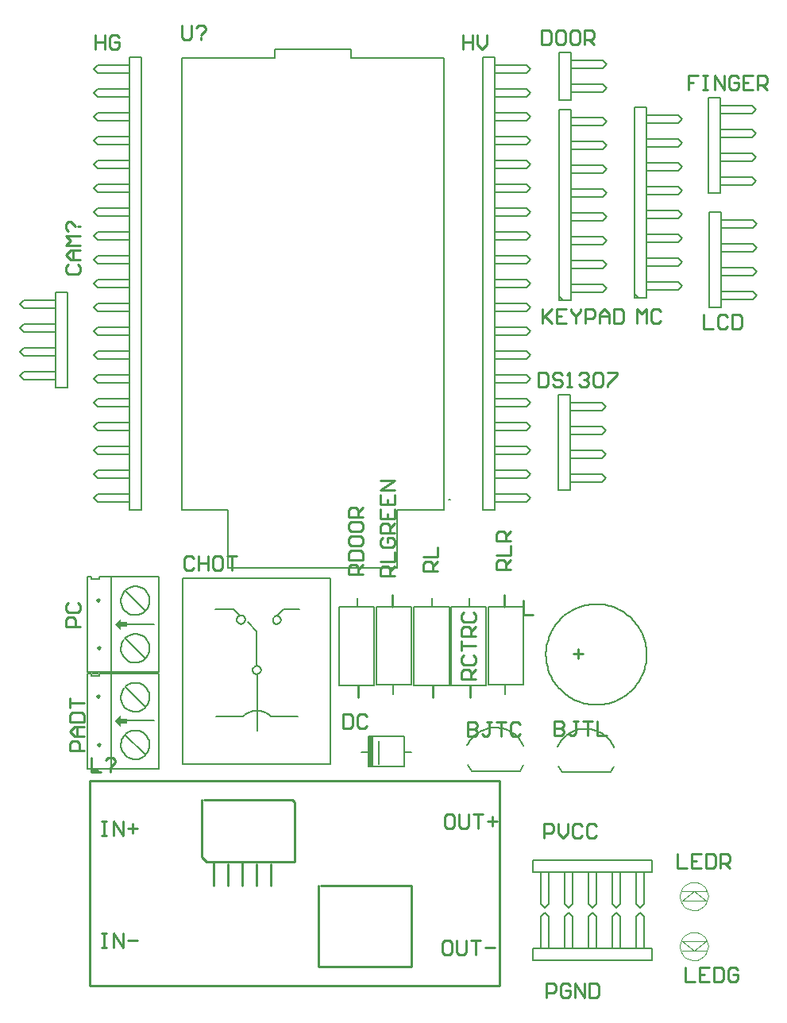
<source format=gto>
G04*
G04 #@! TF.GenerationSoftware,Altium Limited,Altium Designer,21.3.2 (30)*
G04*
G04 Layer_Color=65535*
%FSTAX25Y25*%
%MOIN*%
G70*
G04*
G04 #@! TF.SameCoordinates,F71A3992-D9C6-49B2-A255-B3BA7863061E*
G04*
G04*
G04 #@! TF.FilePolarity,Positive*
G04*
G01*
G75*
%ADD10C,0.00787*%
%ADD11C,0.00700*%
%ADD12C,0.00400*%
%ADD13C,0.00800*%
%ADD14C,0.00500*%
%ADD15C,0.01000*%
%ADD16R,0.02000X0.12598*%
G36*
X0025Y01205D02*
X00275Y0118D01*
Y01195D01*
X003D01*
Y01215D01*
X00275D01*
Y0123D01*
X0025Y01205D01*
D02*
G37*
G36*
Y0161D02*
X00275Y01585D01*
Y016D01*
X003D01*
Y0162D01*
X00275D01*
Y01635D01*
X0025Y0161D01*
D02*
G37*
D10*
X0165756Y0213528D02*
X0164969D01*
X0165756D01*
X02795Y0294D02*
Y0334D01*
X02745D02*
X02795D01*
X02745Y0294D02*
X02795D01*
Y0297333D02*
X0292833D01*
X02945Y0299D01*
X0292833Y0300667D02*
X02945Y0299D01*
X02795Y0300667D02*
X0292833D01*
X02795Y0307333D02*
X0292833D01*
X02945Y0309D01*
X0292833Y0310667D02*
X02945Y0309D01*
X02795Y0310667D02*
X0292833D01*
X02795Y0317333D02*
X0292833D01*
X02945Y0319D01*
X0292833Y0320667D02*
X02945Y0319D01*
X02795Y0320667D02*
X0292833D01*
X02795Y0327333D02*
X0292833D01*
X02945Y0329D01*
X0292833Y0330667D02*
X02945Y0329D01*
X02795Y0330667D02*
X0292833D01*
X02745Y0294D02*
Y0334D01*
X0036Y0209D02*
Y03915D01*
Y0399D01*
X0017667Y0212333D02*
X0031D01*
X0016Y0214D02*
X0017667Y0212333D01*
X0016Y0214D02*
X0017667Y0215667D01*
X0031D01*
X0017667Y0222333D02*
X0031D01*
X0016Y0224D02*
X0017667Y0222333D01*
X0016Y0224D02*
X0017667Y0225667D01*
X0031D01*
X0017667Y0232333D02*
X0031D01*
X0016Y0234D02*
X0017667Y0232333D01*
X0016Y0234D02*
X0017667Y0235667D01*
X0031D01*
X0017667Y0242333D02*
X0031D01*
X0016Y0244D02*
X0017667Y0242333D01*
X0016Y0244D02*
X0017667Y0245667D01*
X0031D01*
X0017667Y0252333D02*
X0031D01*
X0016Y0254D02*
X0017667Y0252333D01*
X0016Y0254D02*
X0017667Y0255667D01*
X0031D01*
X0017667Y0262333D02*
X0031D01*
X0016Y0264D02*
X0017667Y0262333D01*
X0016Y0264D02*
X0017667Y0265667D01*
X0031D01*
X0017667Y0272333D02*
X0031D01*
X0016Y0274D02*
X0017667Y0272333D01*
X0016Y0274D02*
X0017667Y0275667D01*
X0031D01*
X0017667Y0282333D02*
X0031D01*
X0016Y0284D02*
X0017667Y0282333D01*
X0016Y0284D02*
X0017667Y0285667D01*
X0031D01*
X0017667Y0292333D02*
X0031D01*
X0016Y0294D02*
X0017667Y0292333D01*
X0016Y0294D02*
X0017667Y0295667D01*
X0031D01*
X0017667Y0302333D02*
X0031D01*
X0016Y0304D02*
X0017667Y0302333D01*
X0016Y0304D02*
X0017667Y0305667D01*
X0031D01*
X0017667Y0312333D02*
X0031D01*
X0016Y0314D02*
X0017667Y0312333D01*
X0016Y0314D02*
X0017667Y0315667D01*
X0031D01*
X0017667Y0322333D02*
X0031D01*
X0016Y0324D02*
X0017667Y0322333D01*
X0016Y0324D02*
X0017667Y0325667D01*
X0031D01*
X0017667Y0332333D02*
X0031D01*
X0016Y0334D02*
X0017667Y0332333D01*
X0016Y0334D02*
X0017667Y0335667D01*
X0031D01*
X0017667Y0342333D02*
X0031D01*
X0016Y0344D02*
X0017667Y0342333D01*
X0016Y0344D02*
X0017667Y0345667D01*
X0031D01*
X0017667Y0352333D02*
X0031D01*
X0016Y0354D02*
X0017667Y0352333D01*
X0016Y0354D02*
X0017667Y0355667D01*
X0031D01*
X0017667Y0362333D02*
X0031D01*
X0016Y0364D02*
X0017667Y0362333D01*
X0016Y0364D02*
X0017667Y0365667D01*
X0031D01*
X0017667Y0372333D02*
X0031D01*
X0016Y0374D02*
X0017667Y0372333D01*
X0016Y0374D02*
X0017667Y0375667D01*
X0031D01*
X0017667Y0382333D02*
X0031D01*
X0016Y0384D02*
X0017667Y0382333D01*
X0016Y0384D02*
X0017667Y0385667D01*
X0031D01*
X0017667Y0392333D02*
X0031D01*
X0016Y0394D02*
X0017667Y0392333D01*
X0016Y0394D02*
X0017667Y0395667D01*
X0031D01*
Y0209D02*
X0036D01*
X0031D02*
Y0399D01*
X0036D01*
X0243Y0298D02*
Y0378D01*
Y0299667D02*
X0244667Y0298D01*
X0248Y0374667D02*
X0261333D01*
X0263Y0373D01*
X0261333Y0371333D02*
X0263Y0373D01*
X0248Y0371333D02*
X0261333D01*
X0248Y0364667D02*
X0261333D01*
X0263Y0363D01*
X0261333Y0361333D02*
X0263Y0363D01*
X0248Y0361333D02*
X0261333D01*
X0248Y0354667D02*
X0261333D01*
X0263Y0353D01*
X0261333Y0351333D02*
X0263Y0353D01*
X0248Y0351333D02*
X0261333D01*
X0248Y0344667D02*
X0261333D01*
X0263Y0343D01*
X0261333Y0341333D02*
X0263Y0343D01*
X0248Y0341333D02*
X0261333D01*
X0248Y0334667D02*
X0261333D01*
X0263Y0333D01*
X0261333Y0331333D02*
X0263Y0333D01*
X0248Y0331333D02*
X0261333D01*
X0248Y0324667D02*
X0261333D01*
X0263Y0323D01*
X0261333Y0321333D02*
X0263Y0323D01*
X0248Y0321333D02*
X0261333D01*
X0248Y0314667D02*
X0261333D01*
X0263Y0313D01*
X0261333Y0311333D02*
X0263Y0313D01*
X0248Y0311333D02*
X0261333D01*
X0248Y0304667D02*
X0261333D01*
X0263Y0303D01*
X0261333Y0301333D02*
X0263Y0303D01*
X0248Y0301333D02*
X0261333D01*
X0243Y0378D02*
X0248D01*
Y0298D02*
Y0378D01*
X0243Y0298D02*
X0248D01*
X02115Y0297D02*
X02165D01*
Y0377D01*
X02115D02*
X02165D01*
Y0300333D02*
X0229833D01*
X02315Y0302D01*
X0229833Y0303667D02*
X02315Y0302D01*
X02165Y0303667D02*
X0229833D01*
X02165Y0310333D02*
X0229833D01*
X02315Y0312D01*
X0229833Y0313667D02*
X02315Y0312D01*
X02165Y0313667D02*
X0229833D01*
X02165Y0320333D02*
X0229833D01*
X02315Y0322D01*
X0229833Y0323667D02*
X02315Y0322D01*
X02165Y0323667D02*
X0229833D01*
X02165Y0330333D02*
X0229833D01*
X02315Y0332D01*
X0229833Y0333667D02*
X02315Y0332D01*
X02165Y0333667D02*
X0229833D01*
X02165Y0340333D02*
X0229833D01*
X02315Y0342D01*
X0229833Y0343667D02*
X02315Y0342D01*
X02165Y0343667D02*
X0229833D01*
X02165Y0350333D02*
X0229833D01*
X02315Y0352D01*
X0229833Y0353667D02*
X02315Y0352D01*
X02165Y0353667D02*
X0229833D01*
X02165Y0360333D02*
X0229833D01*
X02315Y0362D01*
X0229833Y0363667D02*
X02315Y0362D01*
X02165Y0363667D02*
X0229833D01*
X02165Y0370333D02*
X0229833D01*
X02315Y0372D01*
X0229833Y0373667D02*
X02315Y0372D01*
X02165Y0373667D02*
X0229833D01*
X02115Y0298667D02*
X0213167Y0297D01*
X02115D02*
Y0377D01*
X02005Y002D02*
X02505D01*
X0203833Y0025D02*
Y0038333D01*
X02055Y004D01*
X0207167Y0038333D01*
Y0025D02*
Y0038333D01*
X0213833Y0025D02*
Y0038333D01*
X02155Y004D01*
X0217167Y0038333D01*
Y0025D02*
Y0038333D01*
X0223833Y0025D02*
Y0038333D01*
X02255Y004D01*
X0227167Y0038333D01*
Y0025D02*
Y0038333D01*
X0233833Y0025D02*
Y0038333D01*
X02355Y004D01*
X0237167Y0038333D01*
Y0025D02*
Y0038333D01*
X0243833Y0025D02*
Y0038333D01*
X02455Y004D01*
X0247167Y0038333D01*
Y0025D02*
Y0038333D01*
X02505Y002D02*
Y0025D01*
X02005D02*
X02505D01*
X02005Y002D02*
Y0025D01*
Y0062D02*
X02505D01*
X0247167Y0043667D02*
Y0057D01*
X02455Y0042D02*
X0247167Y0043667D01*
X0243833D02*
X02455Y0042D01*
X0243833Y0043667D02*
Y0057D01*
X0237167Y0043667D02*
Y0057D01*
X02355Y0042D02*
X0237167Y0043667D01*
X0233833D02*
X02355Y0042D01*
X0233833Y0043667D02*
Y0057D01*
X0227167Y0043667D02*
Y0057D01*
X02255Y0042D02*
X0227167Y0043667D01*
X0223833D02*
X02255Y0042D01*
X0223833Y0043667D02*
Y0057D01*
X0217167Y0043667D02*
Y0057D01*
X02155Y0042D02*
X0217167Y0043667D01*
X0213833D02*
X02155Y0042D01*
X0213833Y0043667D02*
Y0057D01*
X0207167Y0043667D02*
Y0057D01*
X02055Y0042D02*
X0207167Y0043667D01*
X0203833D02*
X02055Y0042D01*
X0203833Y0043667D02*
Y0057D01*
X02005D02*
Y0062D01*
Y0057D02*
X02505D01*
Y0062D01*
X01795Y02165D02*
Y0399D01*
Y0209D02*
Y02165D01*
X01845Y0395667D02*
X0197833D01*
X01995Y0394D01*
X0197833Y0392333D02*
X01995Y0394D01*
X01845Y0392333D02*
X0197833D01*
X01845Y0385667D02*
X0197833D01*
X01995Y0384D01*
X0197833Y0382333D02*
X01995Y0384D01*
X01845Y0382333D02*
X0197833D01*
X01845Y0375667D02*
X0197833D01*
X01995Y0374D01*
X0197833Y0372333D02*
X01995Y0374D01*
X01845Y0372333D02*
X0197833D01*
X01845Y0365667D02*
X0197833D01*
X01995Y0364D01*
X0197833Y0362333D02*
X01995Y0364D01*
X01845Y0362333D02*
X0197833D01*
X01845Y0355667D02*
X0197833D01*
X01995Y0354D01*
X0197833Y0352333D02*
X01995Y0354D01*
X01845Y0352333D02*
X0197833D01*
X01845Y0345667D02*
X0197833D01*
X01995Y0344D01*
X0197833Y0342333D02*
X01995Y0344D01*
X01845Y0342333D02*
X0197833D01*
X01845Y0335667D02*
X0197833D01*
X01995Y0334D01*
X0197833Y0332333D02*
X01995Y0334D01*
X01845Y0332333D02*
X0197833D01*
X01845Y0325667D02*
X0197833D01*
X01995Y0324D01*
X0197833Y0322333D02*
X01995Y0324D01*
X01845Y0322333D02*
X0197833D01*
X01845Y0315667D02*
X0197833D01*
X0197833D02*
X01995Y0314D01*
X0197833Y0312333D02*
X01995Y0314D01*
X01845Y0312333D02*
X0197833D01*
X01845Y0305667D02*
X0197833D01*
X01995Y0304D01*
X0197833Y0302333D02*
X01995Y0304D01*
X01845Y0302333D02*
X0197833D01*
X01845Y0295667D02*
X0197833D01*
X01995Y0294D01*
X0197833Y0292333D02*
X01995Y0294D01*
X01845Y0292333D02*
X0197833D01*
X01845Y0285667D02*
X0197833D01*
X01995Y0284D01*
X0197833Y0282333D02*
X01995Y0284D01*
X01845Y0282333D02*
X0197833D01*
X01845Y0275667D02*
X0197833D01*
X01995Y0274D01*
X0197833Y0272333D02*
X01995Y0274D01*
X01845Y0272333D02*
X0197833D01*
X01845Y0265667D02*
X0197833D01*
X01995Y0264D01*
X0197833Y0262333D02*
X01995Y0264D01*
X01845Y0262333D02*
X0197833D01*
X01845Y0255667D02*
X0197833D01*
X01995Y0254D01*
X0197833Y0252333D02*
X01995Y0254D01*
X01845Y0252333D02*
X0197833D01*
X01845Y0245667D02*
X0197833D01*
X01995Y0244D01*
X0197833Y0242333D02*
X01995Y0244D01*
X01845Y0242333D02*
X0197833D01*
X01845Y0235667D02*
X0197833D01*
X01995Y0234D01*
X0197833Y0232333D02*
X01995Y0234D01*
X01845Y0232333D02*
X0197833D01*
X01845Y0225667D02*
X0197833D01*
X01995Y0224D01*
X0197833Y0222333D02*
X01995Y0224D01*
X01845Y0222333D02*
X0197833D01*
X01845Y0215667D02*
X0197833D01*
X01995Y0214D01*
X0197833Y0212333D02*
X01995Y0214D01*
X01845Y0212333D02*
X0197833D01*
X01795Y0399D02*
X01845D01*
Y0209D02*
Y0399D01*
X01795Y0209D02*
X01845D01*
X0216Y02175D02*
Y02575D01*
X0211D02*
X0216D01*
X0211Y02175D02*
X0216D01*
Y0220833D02*
X0229333D01*
X0231Y02225D01*
X0229333Y0224167D02*
X0231Y02225D01*
X0216Y0224167D02*
X0229333D01*
X0216Y0230833D02*
X0229333D01*
X0231Y02325D01*
X0229333Y0234167D02*
X0231Y02325D01*
X0216Y0234167D02*
X0229333D01*
X0216Y0240833D02*
X0229333D01*
X0231Y02425D01*
X0229333Y0244167D02*
X0231Y02425D01*
X0216Y0244167D02*
X0229333D01*
X0216Y0250833D02*
X0229333D01*
X0231Y02525D01*
X0229333Y0254167D02*
X0231Y02525D01*
X0216Y0254167D02*
X0229333D01*
X0211Y02175D02*
Y02575D01*
X02165Y0381D02*
Y0401D01*
X02115D02*
X02165D01*
X02115Y0381D02*
X02165D01*
X02115D02*
Y0401D01*
X02165Y0384333D02*
X0229833D01*
X02315Y0386D01*
X0229833Y0387667D02*
X02315Y0386D01*
X02165Y0387667D02*
X0229833D01*
X02165Y0394333D02*
X0229833D01*
X02315Y0396D01*
X0229833Y0397667D02*
X02315Y0396D01*
X02165Y0397667D02*
X0229833D01*
X0274Y0342D02*
Y0382D01*
X0279Y0378667D02*
X0292333D01*
X0294Y0377D01*
X0292333Y0375333D02*
X0294Y0377D01*
X0279Y0375333D02*
X0292333D01*
X0279Y0368667D02*
X0292333D01*
X0294Y0367D01*
X0292333Y0365333D02*
X0294Y0367D01*
X0279Y0365333D02*
X0292333D01*
X0279Y0358667D02*
X0292333D01*
X0294Y0357D01*
X0292333Y0355333D02*
X0294Y0357D01*
X0279Y0355333D02*
X0292333D01*
X0279Y0348667D02*
X0292333D01*
X0294Y0347D01*
X0292333Y0345333D02*
X0294Y0347D01*
X0279Y0345333D02*
X0292333D01*
X0274Y0342D02*
X0279D01*
X0274Y0382D02*
X0279D01*
Y0342D02*
Y0382D01*
X0Y02605D02*
Y03005D01*
Y02605D02*
X0005D01*
X0Y03005D02*
X0005D01*
X-0013333Y0297167D02*
X0D01*
X-0015Y02955D02*
X-0013333Y0297167D01*
X-0015Y02955D02*
X-0013333Y0293833D01*
X0D01*
X-0013333Y0287167D02*
X0D01*
X-0015Y02855D02*
X-0013333Y0287167D01*
X-0015Y02855D02*
X-0013333Y0283833D01*
X0D01*
X-0013333Y0277167D02*
X0D01*
X-0015Y02755D02*
X-0013333Y0277167D01*
X-0015Y02755D02*
X-0013333Y0273833D01*
X0D01*
X-0013333Y0267167D02*
X0D01*
X-0015Y02655D02*
X-0013333Y0267167D01*
X-0015Y02655D02*
X-0013333Y0263833D01*
X0D01*
X0005Y02605D02*
Y03005D01*
D11*
X00904Y01224D02*
X0089664Y0123063D01*
X0088854Y0123633D01*
X0087981Y0124101D01*
X0087058Y012446D01*
X0086098Y0124705D01*
X0085116Y0124833D01*
X0084125Y0124842D01*
X0083141Y0124731D01*
X0082177Y0124502D01*
X0081248Y0124159D01*
X0080367Y0123706D01*
X0079547Y012315D01*
X00788Y01225D01*
X008628Y014192D02*
X0085998Y0142882D01*
X008524Y0143539D01*
X0084247Y0143682D01*
X0083334Y0143265D01*
X0082792Y0142421D01*
Y0141418D01*
X0083334Y0140574D01*
X0084247Y0140157D01*
X008524Y01403D01*
X0085998Y0140957D01*
X008628Y014192D01*
X007968Y016302D02*
X0079398Y0163982D01*
X007864Y0164639D01*
X0077647Y0164782D01*
X0076734Y0164365D01*
X0076192Y0163521D01*
Y0162518D01*
X0076734Y0161674D01*
X0077647Y0161257D01*
X007864Y01614D01*
X0079398Y0162057D01*
X007968Y016302D01*
X009478Y016292D02*
X0094498Y0163882D01*
X009374Y0164539D01*
X0092747Y0164682D01*
X0091834Y0164265D01*
X0091292Y0163421D01*
Y0162418D01*
X0091834Y0161574D01*
X0092747Y0161157D01*
X009374Y01613D01*
X0094498Y0161957D01*
X009478Y016292D01*
X0028956Y0174976D02*
X0028361Y0174168D01*
X0027907Y0173273D01*
X0027608Y0172316D01*
X0027471Y0171321D01*
X0027501Y0170318D01*
X0027697Y0169334D01*
X0028053Y0168396D01*
X0028559Y016753D01*
X0029202Y016676D01*
X0029964Y0166106D01*
X0030823Y0165588D01*
X0031757Y016522D01*
X0032738Y0165011D01*
X003374Y0164967D01*
X0034736Y0165091D01*
X0035698Y0165377D01*
X0036599Y0165819D01*
X0037414Y0166403D01*
X0038122Y0167115D01*
X0038701Y0167934D01*
X0039137Y0168838D01*
X0039417Y0169802D01*
X0039534Y0170798D01*
X0039484Y01718D01*
X0039269Y017278D01*
X0038894Y0173711D01*
X0038371Y0174567D01*
X0037713Y0175325D01*
X0036938Y0175963D01*
X0036069Y0176464D01*
X0035129Y0176814D01*
X0034143Y0177003D01*
X003314Y0177027D01*
X0032147Y0176884D01*
X0031191Y0176578D01*
X0030299Y0176119D01*
X0029495Y0175518D01*
X001894Y0151D02*
X00183Y015164D01*
X001766Y0151D01*
X00183Y015036D01*
X001894Y0151D01*
X001884Y01712D02*
X00182Y017184D01*
X001756Y01712D01*
X00182Y017056D01*
X001884Y01712D01*
X0028895Y0154904D02*
X0028313Y015409D01*
X0027874Y0153191D01*
X0027589Y0152231D01*
X0027467Y0151237D01*
X0027511Y0150238D01*
X0027719Y0149259D01*
X0028086Y0148328D01*
X0028602Y014747D01*
X0029253Y0146709D01*
X003002Y0146066D01*
X0030883Y0145559D01*
X0031818Y0145202D01*
X0032799Y0145003D01*
X0033799Y014497D01*
X0034791Y0145102D01*
X0035748Y0145397D01*
X0036643Y0145845D01*
X0037451Y0146435D01*
X0038151Y014715D01*
X0038723Y0147972D01*
X0039151Y0148876D01*
X0039425Y0149839D01*
X0039535Y0150834D01*
X003948Y0151833D01*
X003926Y015281D01*
X0038882Y0153736D01*
X0038356Y0154588D01*
X0037696Y0155341D01*
X0036922Y0155974D01*
X0036053Y0156471D01*
X0035114Y0156818D01*
X003413Y0157004D01*
X003313Y0157026D01*
X0032139Y0156882D01*
X0031186Y0156576D01*
X0030297Y0156118D01*
X0029495Y0155518D01*
X0028956Y0134476D02*
X0028361Y0133668D01*
X0027907Y0132773D01*
X0027608Y0131816D01*
X0027471Y0130822D01*
X0027501Y0129818D01*
X0027697Y0128834D01*
X0028053Y0127896D01*
X0028559Y012703D01*
X0029202Y012626D01*
X0029964Y0125606D01*
X0030823Y0125088D01*
X0031757Y012472D01*
X0032738Y0124511D01*
X003374Y0124467D01*
X0034736Y0124591D01*
X0035698Y0124877D01*
X0036599Y0125319D01*
X0037414Y0125903D01*
X0038122Y0126615D01*
X0038701Y0127434D01*
X0039137Y0128338D01*
X0039417Y0129302D01*
X0039534Y0130298D01*
X0039484Y01313D01*
X0039269Y013228D01*
X0038894Y0133211D01*
X0038371Y0134067D01*
X0037713Y0134825D01*
X0036938Y0135463D01*
X0036069Y0135964D01*
X0035129Y0136314D01*
X0034143Y0136503D01*
X003314Y0136527D01*
X0032147Y0136384D01*
X0031191Y0136078D01*
X0030299Y0135619D01*
X0029495Y0135018D01*
X001894Y01105D02*
X00183Y011114D01*
X001766Y01105D01*
X00183Y010986D01*
X001894Y01105D01*
X001884Y01307D02*
X00182Y013134D01*
X001756Y01307D01*
X00182Y013006D01*
X001884Y01307D01*
X0028895Y0114404D02*
X0028313Y011359D01*
X0027874Y011269D01*
X0027589Y0111731D01*
X0027467Y0110738D01*
X0027511Y0109738D01*
X0027719Y0108759D01*
X0028086Y0107827D01*
X0028602Y010697D01*
X0029253Y0106209D01*
X003002Y0105567D01*
X0030883Y0105059D01*
X0031818Y0104702D01*
X0032799Y0104504D01*
X0033799Y010447D01*
X0034791Y0104602D01*
X0035748Y0104897D01*
X0036643Y0105345D01*
X0037451Y0105935D01*
X0038151Y010665D01*
X0038723Y0107472D01*
X0039151Y0108376D01*
X0039425Y0109339D01*
X0039535Y0110334D01*
X003948Y0111333D01*
X003926Y011231D01*
X0038882Y0113236D01*
X0038356Y0114088D01*
X0037696Y0114841D01*
X0036922Y0115474D01*
X0036053Y0115971D01*
X0035114Y0116318D01*
X003413Y0116504D01*
X003313Y0116526D01*
X0032139Y0116382D01*
X0031186Y0116076D01*
X0030297Y0115618D01*
X0029495Y0115018D01*
X0234494Y0109497D02*
X0234061Y0110387D01*
X0233561Y0111242D01*
X0232998Y0112056D01*
X0232375Y0112824D01*
X0231695Y0113543D01*
X0230962Y0114208D01*
X0230181Y0114816D01*
X0229356Y0115362D01*
X0228491Y0115844D01*
X0227593Y0116259D01*
X0226665Y0116604D01*
X0225714Y0116878D01*
X0224745Y0117079D01*
X0223763Y0117205D01*
X0222775Y0117256D01*
X0221786Y0117232D01*
X0220801Y0117133D01*
X0219827Y0116959D01*
X0218868Y0116711D01*
X0217932Y0116392D01*
X0217022Y0116001D01*
X0216145Y0115543D01*
X0215305Y011502D01*
X0214507Y0114434D01*
X0213757Y0113789D01*
X0213057Y0113089D01*
X0212413Y0112338D01*
X0211828Y0111539D01*
X0211305Y0110699D01*
X0210848Y0109821D01*
X0196494Y0109997D02*
X0196061Y0110887D01*
X0195561Y0111742D01*
X0194998Y0112556D01*
X0194375Y0113324D01*
X0193695Y0114043D01*
X0192962Y0114708D01*
X0192181Y0115316D01*
X0191356Y0115862D01*
X0190491Y0116344D01*
X0189593Y0116759D01*
X0188665Y0117104D01*
X0187714Y0117378D01*
X0186745Y0117579D01*
X0185763Y0117705D01*
X0184775Y0117756D01*
X0183786Y0117732D01*
X0182801Y0117633D01*
X0181827Y0117459D01*
X0180868Y0117211D01*
X0179932Y0116892D01*
X0179022Y0116501D01*
X0178145Y0116043D01*
X0177305Y011552D01*
X0176507Y0114934D01*
X0175757Y0114289D01*
X0175057Y0113589D01*
X0174413Y0112838D01*
X0173828Y0112039D01*
X0173305Y0111199D01*
X0172848Y0110321D01*
X01315Y01059D02*
Y01075D01*
Y01096D01*
X01356Y01025D02*
Y01122D01*
X01285Y01075D02*
X01315D01*
X01465D02*
X01495D01*
X01315Y0101402D02*
Y01075D01*
Y0101402D02*
X01465D01*
Y0114D01*
X01315D02*
X01465D01*
X01315Y01075D02*
Y0114D01*
X00673Y01224D02*
X00787D01*
X00905Y01223D02*
X01018D01*
X00806Y01621D02*
X00845Y01582D01*
Y01439D02*
Y01582D01*
X0093Y01647D02*
X00957Y01674D01*
X01023D01*
X00747D02*
X00773Y01648D01*
X00671Y01674D02*
X00747D01*
X00535Y01025D02*
Y01805D01*
X01155Y01025D02*
Y01805D01*
X00535Y01025D02*
X01155D01*
X00535Y01805D02*
X01155D01*
X00846Y01166D02*
Y01399D01*
X00135Y0181D02*
X0015D01*
Y018D02*
Y0181D01*
X00135Y0141D02*
Y0181D01*
X00295D02*
X00414D01*
X00435Y0141D02*
Y0181D01*
X002925Y017525D02*
X00377Y01668D01*
X00263Y01612D02*
X00414D01*
X00155Y01404D02*
X0018D01*
X00135Y0141D02*
X00285D01*
X00153Y018D02*
X00184D01*
Y0181D01*
X00435D01*
X00285Y0141D02*
X00435D01*
X00235D02*
Y0181D01*
X00292Y01553D02*
X00377Y01468D01*
X0119Y01355D02*
X0133881D01*
X0119D02*
Y01683D01*
X0133881D01*
Y01355D02*
Y01683D01*
X01266D02*
Y01721D01*
X00135Y01405D02*
X0015D01*
Y01395D02*
Y01405D01*
X00135Y01005D02*
Y01405D01*
X00295D02*
X00414D01*
X00435Y01005D02*
Y01405D01*
X002925Y013475D02*
X00377Y01263D01*
X00263Y01207D02*
X00414D01*
X00155Y00999D02*
X0018D01*
X00135Y01005D02*
X00285D01*
X00153Y01395D02*
X00184D01*
Y01405D01*
X00435D01*
X00285Y01005D02*
X00435D01*
X00235D02*
Y01405D01*
X00292Y01148D02*
X00377Y01063D01*
X01505Y01355D02*
X0165381D01*
X01505D02*
Y01683D01*
X0165381D01*
Y01355D02*
Y01683D01*
X01581D02*
Y01721D01*
X01736Y01683D02*
Y01721D01*
X0180881Y01355D02*
Y01683D01*
X0166D02*
X0180881D01*
X0166Y01355D02*
Y01683D01*
Y01355D02*
X0180881D01*
X0134619Y01685D02*
X01495D01*
Y01357D02*
Y01685D01*
X0134619Y01357D02*
X01495D01*
X0134619D02*
Y01685D01*
X01419Y01319D02*
Y01357D01*
X0210966Y0101476D02*
X02127Y0099D01*
X0233D02*
X02343Y01016D01*
X02127Y0099D02*
X0233D01*
X0172966Y0101976D02*
X01747Y00995D01*
X0195D02*
X01963Y01021D01*
X01747Y00995D02*
X0195D01*
X0181619Y01685D02*
X01965D01*
Y01357D02*
Y01685D01*
X0181619Y01357D02*
X01965D01*
X0181619D02*
Y01685D01*
X01889Y01319D02*
Y01357D01*
D12*
X0273905Y0026D02*
X0273821Y0026998D01*
X0273568Y0027967D01*
X0273156Y002888D01*
X0272595Y002971D01*
X0271902Y0030433D01*
X0271096Y0031029D01*
X0270202Y003148D01*
X0269244Y0031773D01*
X0268251Y00319D01*
X026725Y0031858D01*
X0266271Y0031647D01*
X0265341Y0031273D01*
X0264488Y0030748D01*
X0263737Y0030086D01*
X0263107Y0029307D01*
X0262619Y0028433D01*
X0262285Y0027488D01*
X0262116Y0026501D01*
Y0025499D01*
X0262285Y0024512D01*
X0262619Y0023568D01*
X0263107Y0022693D01*
X0263737Y0021914D01*
X0264488Y0021252D01*
X0265341Y0020727D01*
X0266271Y0020353D01*
X026725Y0020142D01*
X0268251Y00201D01*
X0269244Y0020227D01*
X0270202Y002052D01*
X0271096Y0020971D01*
X0271902Y0021567D01*
X0272595Y002229D01*
X0273156Y002312D01*
X0273568Y0024033D01*
X0273821Y0025002D01*
X0273905Y0026D01*
Y0047D02*
X0273821Y0047998D01*
X0273568Y0048967D01*
X0273156Y004988D01*
X0272595Y005071D01*
X0271902Y0051433D01*
X0271096Y0052029D01*
X0270202Y005248D01*
X0269244Y0052773D01*
X0268251Y00529D01*
X026725Y0052858D01*
X0266271Y0052647D01*
X0265341Y0052273D01*
X0264488Y0051748D01*
X0263737Y0051086D01*
X0263107Y0050307D01*
X0262619Y0049433D01*
X0262285Y0048488D01*
X0262116Y0047501D01*
Y0046499D01*
X0262285Y0045512D01*
X0262619Y0044567D01*
X0263107Y0043693D01*
X0263737Y0042914D01*
X0264488Y0042252D01*
X0265341Y0041727D01*
X0266271Y0041353D01*
X026725Y0041142D01*
X0268251Y00411D01*
X0269244Y0041227D01*
X0270202Y004152D01*
X0271096Y0041971D01*
X0271902Y0042567D01*
X0272595Y004329D01*
X0273156Y004412D01*
X0273568Y0045033D01*
X0273821Y0046002D01*
X0273905Y0047D01*
X0268Y0024D02*
X0273D01*
X0268D02*
X0273Y0028D01*
X0263Y0024D02*
X0268D01*
X0263Y0028D02*
X0268Y0024D01*
X0263Y0028D02*
X0273D01*
X0263Y0049D02*
X0268D01*
X0263Y0045D02*
X0268Y0049D01*
X0273D01*
X0268D02*
X0273Y0045D01*
X0263D02*
X0273D01*
D13*
X024241Y01629D02*
X024171Y0163609D01*
X0240978Y0164285D01*
X0240214Y0164925D01*
X0239421Y0165529D01*
X02386Y0166094D01*
X0237754Y0166621D01*
X0236884Y0167106D01*
X0235992Y0167551D01*
X023508Y0167952D01*
X023415Y016831D01*
X0233204Y0168624D01*
X0232244Y0168893D01*
X0231273Y0169116D01*
X0230292Y0169294D01*
X0229304Y0169425D01*
X0228311Y0169509D01*
X0227315Y0169546D01*
X0226318Y0169536D01*
X0225323Y016948D01*
X0224332Y0169376D01*
X0223347Y0169226D01*
X022237Y0169029D01*
X0221403Y0168787D01*
X0220449Y01685D01*
X0219509Y0168167D01*
X0218586Y0167791D01*
X0217682Y0167372D01*
X0216799Y016691D01*
X0215938Y0166407D01*
X0215102Y0165865D01*
X0214293Y0165283D01*
X0213512Y0164664D01*
X0212761Y0164009D01*
X0212041Y0163319D01*
X0211355Y0162596D01*
X0210704Y0161842D01*
X0210089Y0161057D01*
X0209512Y0160245D01*
X0208974Y0159406D01*
X0208476Y0158543D01*
X0208019Y0157657D01*
X0207605Y0156751D01*
X0207233Y0155826D01*
X0206906Y0154885D01*
X0206624Y0153929D01*
X0206386Y0152961D01*
X0206195Y0151983D01*
X020605Y0150997D01*
X0205952Y0150005D01*
X02059Y014901D01*
X0205896Y0148013D01*
X0205939Y0147017D01*
X0206028Y0146025D01*
X0206164Y0145037D01*
X0206347Y0144058D01*
X0206575Y0143087D01*
X0206849Y0142129D01*
X0207168Y0141185D01*
X0207531Y0140257D01*
X0207938Y0139347D01*
X0208387Y0138457D01*
X0208877Y013759D01*
X0209408Y0136746D01*
X0209978Y0135928D01*
X0210586Y0135139D01*
X021123Y0134378D01*
X021191Y0133649D01*
X0212623Y0132953D01*
X0213368Y0132291D01*
X0214143Y0131665D01*
X0214948Y0131077D01*
X0215779Y0130527D01*
X0216635Y0130016D01*
X0217514Y0129547D01*
X0218414Y012912D01*
X0219334Y0128735D01*
X022027Y0128394D01*
X0221222Y0128098D01*
X0222187Y0127847D01*
X0223162Y0127642D01*
X0224146Y0127483D01*
X0225136Y0127371D01*
X0226131Y0127305D01*
X0227127Y0127287D01*
X0228123Y0127315D01*
X0229117Y0127391D01*
X0230106Y0127513D01*
X0231088Y0127681D01*
X0232062Y0127896D01*
X0233024Y0128156D01*
X0233972Y0128462D01*
X0234906Y0128812D01*
X0235821Y0129205D01*
X0236717Y0129641D01*
X0237592Y013012D01*
X0238443Y0130638D01*
X0239268Y0131196D01*
X0240067Y0131793D01*
X0240836Y0132427D01*
X0241575Y0133096D01*
X0242281Y0133799D01*
X0242953Y0134535D01*
X024359Y0135301D01*
X024419Y0136097D01*
X0244752Y013692D01*
X0245275Y0137769D01*
X0245756Y0138641D01*
X0246197Y0139535D01*
X0246594Y0140449D01*
X0246948Y0141381D01*
X0247257Y0142328D01*
X0247522Y0143289D01*
X0247741Y0144262D01*
X0247914Y0145243D01*
X0248041Y0146232D01*
X024812Y0147225D01*
X0248153Y0148221D01*
X0248139Y0149218D01*
X0248077Y0150213D01*
X0247969Y0151203D01*
X0247815Y0152188D01*
X0247614Y0153164D01*
X0247367Y015413D01*
X0247075Y0155082D01*
X0246739Y0156021D01*
X0246358Y0156942D01*
X0245935Y0157844D01*
X0245469Y0158725D01*
X0244963Y0159583D01*
X0244416Y0160417D01*
X0243831Y0161224D01*
X0243208Y0162002D01*
X024255Y016275D01*
D14*
X0162921Y0209079D02*
Y0398843D01*
X0053079Y0209079D02*
Y0398843D01*
Y0209079D02*
X0072567D01*
X0143433D02*
X0162921D01*
X0143433Y0184669D02*
Y0209079D01*
X0072567Y0184669D02*
X0143433D01*
X0072567D02*
Y0209079D01*
X0124024Y0398843D02*
X0162921D01*
X0124024D02*
Y0402386D01*
X0092016D02*
X0124024D01*
X0092016Y0398843D02*
Y0402386D01*
X0053079Y0398843D02*
X0092016D01*
D15*
X00905Y00515D02*
Y00605D01*
X00845Y00515D02*
Y00605D01*
X00785Y00515D02*
Y00615D01*
X00725Y00515D02*
Y00605D01*
X00665Y00515D02*
Y00615D01*
X00615Y00635D02*
Y00875D01*
Y00635D02*
X00635Y00615D01*
X01005D01*
Y00865D01*
X00995Y00875D02*
X01005Y00865D01*
X00625Y00875D02*
X00995D01*
X01105Y00175D02*
Y00515D01*
Y00175D02*
X01495D01*
Y00515D01*
X01115D02*
X01495D01*
X00145Y00095D02*
X01865D01*
Y00955D01*
X00145D02*
X01865D01*
X00145Y00095D02*
Y00955D01*
X0127Y01305D02*
Y01355D01*
X01585Y01305D02*
Y01355D01*
X0174Y01305D02*
Y01355D01*
X01415Y01685D02*
Y01735D01*
X01885Y01685D02*
Y01735D01*
X0053Y0412498D02*
Y04075D01*
X0054Y04065D01*
X0055999D01*
X0056999Y04075D01*
Y0412498D01*
X0058998Y0411498D02*
X0059998Y0412498D01*
X0061997D01*
X0062997Y0411498D01*
Y0410499D01*
X0060997Y0408499D01*
Y04075D02*
Y04065D01*
X0015Y0104998D02*
Y0099D01*
X0018999D01*
X0020998Y0103998D02*
X0021998Y0104998D01*
X0023997D01*
X0024997Y0103998D01*
Y0102999D01*
X0022997Y0100999D01*
Y01D02*
Y0099D01*
X0165499Y0028498D02*
X01635D01*
X01625Y0027498D01*
Y00235D01*
X01635Y00225D01*
X0165499D01*
X0166499Y00235D01*
Y0027498D01*
X0165499Y0028498D01*
X0168498D02*
Y00235D01*
X0169498Y00225D01*
X0171497D01*
X0172497Y00235D01*
Y0028498D01*
X0174496D02*
X0178495D01*
X0176496D01*
Y00225D01*
X0180494Y0025499D02*
X0184493D01*
X0166499Y0081498D02*
X01645D01*
X01635Y0080498D01*
Y00765D01*
X01645Y00755D01*
X0166499D01*
X0167499Y00765D01*
Y0080498D01*
X0166499Y0081498D01*
X0169498D02*
Y00765D01*
X0170498Y00755D01*
X0172497D01*
X0173497Y00765D01*
Y0081498D01*
X0175496D02*
X0179495D01*
X0177496D01*
Y00755D01*
X0181494Y0078499D02*
X0185493D01*
X0183493Y0080498D02*
Y00765D01*
X00195Y0031498D02*
X0021499D01*
X00205D01*
Y00255D01*
X00195D01*
X0021499D01*
X0024498D02*
Y0031498D01*
X0028497Y00255D01*
Y0031498D01*
X0030496Y0028499D02*
X0034495D01*
X00195Y0078498D02*
X0021499D01*
X00205D01*
Y00725D01*
X00195D01*
X0021499D01*
X0024498D02*
Y0078498D01*
X0028497Y00725D01*
Y0078498D01*
X0030496Y0075499D02*
X0034495D01*
X0032496Y0077498D02*
Y00735D01*
X01206Y0123298D02*
Y01173D01*
X0123599D01*
X0124599Y01183D01*
Y0122298D01*
X0123599Y0123298D01*
X01206D01*
X0130597Y0122298D02*
X0129597Y0123298D01*
X0127598D01*
X0126598Y0122298D01*
Y01183D01*
X0127598Y01173D01*
X0129597D01*
X0130597Y01183D01*
X0058199Y0188898D02*
X0057199Y0189898D01*
X00552D01*
X00542Y0188898D01*
Y01849D01*
X00552Y01839D01*
X0057199D01*
X0058199Y01849D01*
X0060198Y0189898D02*
Y01839D01*
Y0186899D01*
X0064197D01*
Y0189898D01*
Y01839D01*
X0069195Y0189898D02*
X0067196D01*
X0066196Y0188898D01*
Y01849D01*
X0067196Y01839D01*
X0069195D01*
X0070195Y01849D01*
Y0188898D01*
X0069195Y0189898D01*
X0072194D02*
X0076193D01*
X0074194D01*
Y01839D01*
X0010499Y0160002D02*
X0004501D01*
Y0163001D01*
X0005501Y0164D01*
X00075D01*
X00085Y0163001D01*
Y0160002D01*
X0005501Y0169998D02*
X0004501Y0168999D01*
Y0166999D01*
X0005501Y0166D01*
X0009499D01*
X0010499Y0166999D01*
Y0168999D01*
X0009499Y0169998D01*
X0128999Y0182004D02*
X0123001D01*
Y0185003D01*
X0124001Y0186003D01*
X0126D01*
X0127Y0185003D01*
Y0182004D01*
Y0184004D02*
X0128999Y0186003D01*
X0123001Y0188003D02*
X0128999D01*
Y0191002D01*
X0127999Y0192001D01*
X0124001D01*
X0123001Y0191002D01*
Y0188003D01*
Y0197D02*
Y0195D01*
X0124001Y0194001D01*
X0127999D01*
X0128999Y0195D01*
Y0197D01*
X0127999Y0197999D01*
X0124001D01*
X0123001Y0197D01*
Y0202998D02*
Y0200998D01*
X0124001Y0199999D01*
X0127999D01*
X0128999Y0200998D01*
Y0202998D01*
X0127999Y0203997D01*
X0124001D01*
X0123001Y0202998D01*
X0128999Y0205997D02*
X0123001D01*
Y0208996D01*
X0124001Y0209996D01*
X0126D01*
X0127Y0208996D01*
Y0205997D01*
Y0207996D02*
X0128999Y0209996D01*
X0011999Y0108004D02*
X0006001D01*
Y0111003D01*
X0007001Y0112002D01*
X0009D01*
X001Y0111003D01*
Y0108004D01*
X0011999Y0114002D02*
X0008D01*
X0006001Y0116001D01*
X0008Y0118D01*
X0011999D01*
X0009D01*
Y0114002D01*
X0006001Y012D02*
X0011999D01*
Y0122999D01*
X0010999Y0123998D01*
X0007001D01*
X0006001Y0122999D01*
Y012D01*
Y0125998D02*
Y0129997D01*
Y0127997D01*
X0011999D01*
X0272003Y0290999D02*
Y0285001D01*
X0276001D01*
X0281999Y0289999D02*
X0281Y0290999D01*
X0279D01*
X0278001Y0289999D01*
Y0286001D01*
X0279Y0285001D01*
X0281D01*
X0281999Y0286001D01*
X0283999Y0290999D02*
Y0285001D01*
X0286998D01*
X0287997Y0286001D01*
Y0289999D01*
X0286998Y0290999D01*
X0283999D01*
X00166Y0408398D02*
Y04024D01*
Y0405399D01*
X0020599D01*
Y0408398D01*
Y04024D01*
X0026597Y0407398D02*
X0025597Y0408398D01*
X0023598D01*
X0022598Y0407398D01*
Y04034D01*
X0023598Y04024D01*
X0025597D01*
X0026597Y04034D01*
Y0405399D01*
X0024597D01*
X0244002Y0287501D02*
Y0293499D01*
X0246001Y02915D01*
X0248Y0293499D01*
Y0287501D01*
X0253998Y0292499D02*
X0252999Y0293499D01*
X0250999D01*
X025Y0292499D01*
Y0288501D01*
X0250999Y0287501D01*
X0252999D01*
X0253998Y0288501D01*
X0204505Y0293499D02*
Y0287501D01*
Y02895D01*
X0208504Y0293499D01*
X0205505Y02905D01*
X0208504Y0287501D01*
X0214502Y0293499D02*
X0210504D01*
Y0287501D01*
X0214502D01*
X0210504Y02905D02*
X0212503D01*
X0216502Y0293499D02*
Y0292499D01*
X0218501Y02905D01*
X02205Y0292499D01*
Y0293499D01*
X0218501Y02905D02*
Y0287501D01*
X02225D02*
Y0293499D01*
X0225499D01*
X0226498Y0292499D01*
Y02905D01*
X0225499Y02895D01*
X02225D01*
X0228498Y0287501D02*
Y02915D01*
X0230497Y0293499D01*
X0232497Y02915D01*
Y0287501D01*
Y02905D01*
X0228498D01*
X0234496Y0293499D02*
Y0287501D01*
X0237495D01*
X0238494Y0288501D01*
Y0292499D01*
X0237495Y0293499D01*
X0234496D01*
X0206004Y0004501D02*
Y0010499D01*
X0209003D01*
X0210002Y0009499D01*
Y00075D01*
X0209003Y00065D01*
X0206004D01*
X0216Y0009499D02*
X0215001Y0010499D01*
X0213001D01*
X0212002Y0009499D01*
Y0005501D01*
X0213001Y0004501D01*
X0215001D01*
X0216Y0005501D01*
Y00075D01*
X0214001D01*
X0218Y0004501D02*
Y0010499D01*
X0221998Y0004501D01*
Y0010499D01*
X0223998D02*
Y0004501D01*
X0226997D01*
X0227996Y0005501D01*
Y0009499D01*
X0226997Y0010499D01*
X0223998D01*
X0264504Y0016999D02*
Y0011001D01*
X0268502D01*
X02745Y0016999D02*
X0270502D01*
Y0011001D01*
X02745D01*
X0270502Y0014D02*
X0272501D01*
X02765Y0016999D02*
Y0011001D01*
X0279499D01*
X0280498Y0012001D01*
Y0015999D01*
X0279499Y0016999D01*
X02765D01*
X0286496Y0015999D02*
X0285497Y0016999D01*
X0283497D01*
X0282498Y0015999D01*
Y0012001D01*
X0283497Y0011001D01*
X0285497D01*
X0286496Y0012001D01*
Y0014D01*
X0284497D01*
X0261Y0064698D02*
Y00587D01*
X0264999D01*
X0270997Y0064698D02*
X0266998D01*
Y00587D01*
X0270997D01*
X0266998Y0061699D02*
X0268997D01*
X0272996Y0064698D02*
Y00587D01*
X0275995D01*
X0276995Y00597D01*
Y0063698D01*
X0275995Y0064698D01*
X0272996D01*
X0278994Y00587D02*
Y0064698D01*
X0281993D01*
X0282993Y0063698D01*
Y0061699D01*
X0281993Y0060699D01*
X0278994D01*
X0280994D02*
X0282993Y00587D01*
X0205004Y0071501D02*
Y0077499D01*
X0208003D01*
X0209002Y0076499D01*
Y00745D01*
X0208003Y00735D01*
X0205004D01*
X0211002Y0077499D02*
Y00735D01*
X0213001Y0071501D01*
X0215Y00735D01*
Y0077499D01*
X0220998Y0076499D02*
X0219999Y0077499D01*
X0217999D01*
X0217Y0076499D01*
Y0072501D01*
X0217999Y0071501D01*
X0219999D01*
X0220998Y0072501D01*
X0226996Y0076499D02*
X0225997Y0077499D01*
X0223997D01*
X0222998Y0076499D01*
Y0072501D01*
X0223997Y0071501D01*
X0225997D01*
X0226996Y0072501D01*
X01711Y0408398D02*
Y04024D01*
Y0405399D01*
X0175099D01*
Y0408398D01*
Y04024D01*
X0177098Y0408398D02*
Y0404399D01*
X0179097Y04024D01*
X0181097Y0404399D01*
Y0408398D01*
X0160499Y0183502D02*
X0154501D01*
Y0186501D01*
X0155501Y01875D01*
X01575D01*
X01585Y0186501D01*
Y0183502D01*
Y0185501D02*
X0160499Y01875D01*
X0154501Y01895D02*
X0160499D01*
Y0193498D01*
X0176499Y0138005D02*
X0170501D01*
Y0141004D01*
X0171501Y0142003D01*
X01735D01*
X01745Y0141004D01*
Y0138005D01*
Y0140004D02*
X0176499Y0142003D01*
X0171501Y0148001D02*
X0170501Y0147002D01*
Y0145002D01*
X0171501Y0144003D01*
X0175499D01*
X0176499Y0145002D01*
Y0147002D01*
X0175499Y0148001D01*
X0170501Y0150001D02*
Y0153999D01*
Y0152D01*
X0176499D01*
Y0155999D02*
X0170501D01*
Y0158998D01*
X0171501Y0159997D01*
X01735D01*
X01745Y0158998D01*
Y0155999D01*
Y0157998D02*
X0176499Y0159997D01*
X0171501Y0165996D02*
X0170501Y0164996D01*
Y0162996D01*
X0171501Y0161997D01*
X0175499D01*
X0176499Y0162996D01*
Y0164996D01*
X0175499Y0165996D01*
X02028Y0266898D02*
Y02609D01*
X0205799D01*
X0206799Y02619D01*
Y0265898D01*
X0205799Y0266898D01*
X02028D01*
X0212797Y0265898D02*
X0211797Y0266898D01*
X0209798D01*
X0208798Y0265898D01*
Y0264899D01*
X0209798Y0263899D01*
X0211797D01*
X0212797Y0262899D01*
Y02619D01*
X0211797Y02609D01*
X0209798D01*
X0208798Y02619D01*
X0214796Y02609D02*
X0216795D01*
X0215796D01*
Y0266898D01*
X0214796Y0265898D01*
X0219795D02*
X0220794Y0266898D01*
X0222794D01*
X0223793Y0265898D01*
Y0264899D01*
X0222794Y0263899D01*
X0221794D01*
X0222794D01*
X0223793Y0262899D01*
Y02619D01*
X0222794Y02609D01*
X0220794D01*
X0219795Y02619D01*
X0225793Y0265898D02*
X0226792Y0266898D01*
X0228792D01*
X0229791Y0265898D01*
Y02619D01*
X0228792Y02609D01*
X0226792D01*
X0225793Y02619D01*
Y0265898D01*
X0231791Y0266898D02*
X0235789D01*
Y0265898D01*
X0231791Y02619D01*
Y02609D01*
X02041Y0410398D02*
Y04044D01*
X0207099D01*
X0208099Y04054D01*
Y0409398D01*
X0207099Y0410398D01*
X02041D01*
X0213097D02*
X0211098D01*
X0210098Y0409398D01*
Y04054D01*
X0211098Y04044D01*
X0213097D01*
X0214097Y04054D01*
Y0409398D01*
X0213097Y0410398D01*
X0219095D02*
X0217096D01*
X0216096Y0409398D01*
Y04054D01*
X0217096Y04044D01*
X0219095D01*
X0220095Y04054D01*
Y0409398D01*
X0219095Y0410398D01*
X0222094Y04044D02*
Y0410398D01*
X0225093D01*
X0226093Y0409398D01*
Y0407399D01*
X0225093Y0406399D01*
X0222094D01*
X0224094D02*
X0226093Y04044D01*
X0269799Y0391398D02*
X02658D01*
Y0388399D01*
X0267799D01*
X02658D01*
Y03854D01*
X0271798Y0391398D02*
X0273797D01*
X0272798D01*
Y03854D01*
X0271798D01*
X0273797D01*
X0276796D02*
Y0391398D01*
X0280795Y03854D01*
Y0391398D01*
X0286793Y0390398D02*
X0285793Y0391398D01*
X0283794D01*
X0282794Y0390398D01*
Y03864D01*
X0283794Y03854D01*
X0285793D01*
X0286793Y03864D01*
Y0388399D01*
X0284794D01*
X0292791Y0391398D02*
X0288793D01*
Y03854D01*
X0292791D01*
X0288793Y0388399D02*
X0290792D01*
X0294791Y03854D02*
Y0391398D01*
X029779D01*
X0298789Y0390398D01*
Y0388399D01*
X029779Y0387399D01*
X0294791D01*
X029679D02*
X0298789Y03854D01*
X0005501Y0312002D02*
X0004501Y0311003D01*
Y0309003D01*
X0005501Y0308004D01*
X0009499D01*
X0010499Y0309003D01*
Y0311003D01*
X0009499Y0312002D01*
X0010499Y0314002D02*
X00065D01*
X0004501Y0316001D01*
X00065Y0318D01*
X0010499D01*
X00075D01*
Y0314002D01*
X0010499Y032D02*
X0004501D01*
X00065Y0321999D01*
X0004501Y0323998D01*
X0010499D01*
X0005501Y0325998D02*
X0004501Y0326997D01*
Y0328997D01*
X0005501Y0329996D01*
X00065D01*
X00085Y0327997D01*
X0009499D02*
X0010499D01*
X0142499Y0181507D02*
X0136501D01*
Y0184505D01*
X0137501Y0185505D01*
X01395D01*
X01405Y0184505D01*
Y0181507D01*
Y0183506D02*
X0142499Y0185505D01*
X0136501Y0187504D02*
X0142499D01*
Y0191503D01*
X0137501Y0197501D02*
X0136501Y0196502D01*
Y0194502D01*
X0137501Y0193503D01*
X0141499D01*
X0142499Y0194502D01*
Y0196502D01*
X0141499Y0197501D01*
X01395D01*
Y0195502D01*
X0142499Y0199501D02*
X0136501D01*
Y02025D01*
X0137501Y0203499D01*
X01395D01*
X01405Y02025D01*
Y0199501D01*
Y02015D02*
X0142499Y0203499D01*
X0136501Y0209497D02*
Y0205499D01*
X0142499D01*
Y0209497D01*
X01395Y0205499D02*
Y0207498D01*
X0136501Y0215495D02*
Y0211497D01*
X0142499D01*
Y0215495D01*
X01395Y0211497D02*
Y0213496D01*
X0142499Y0217495D02*
X0136501D01*
X0142499Y0221494D01*
X0136501D01*
X0209504Y0120499D02*
Y0114501D01*
X0212503D01*
X0213502Y0115501D01*
Y01165D01*
X0212503Y01175D01*
X0209504D01*
X0212503D01*
X0213502Y01185D01*
Y0119499D01*
X0212503Y0120499D01*
X0209504D01*
X02195D02*
X0217501D01*
X0218501D01*
Y0115501D01*
X0217501Y0114501D01*
X0216501D01*
X0215502Y0115501D01*
X02215Y0120499D02*
X0225498D01*
X0223499D01*
Y0114501D01*
X0227498Y0120499D02*
Y0114501D01*
X0231497D01*
X0173004Y0119999D02*
Y0114001D01*
X0176003D01*
X0177002Y0115001D01*
Y0116D01*
X0176003Y0117D01*
X0173004D01*
X0176003D01*
X0177002Y0118D01*
Y0118999D01*
X0176003Y0119999D01*
X0173004D01*
X0183D02*
X0181001D01*
X0182001D01*
Y0115001D01*
X0181001Y0114001D01*
X0180001D01*
X0179002Y0115001D01*
X0185Y0119999D02*
X0188998D01*
X0186999D01*
Y0114001D01*
X0194997Y0118999D02*
X0193997Y0119999D01*
X0191997D01*
X0190998Y0118999D01*
Y0115001D01*
X0191997Y0114001D01*
X0193997D01*
X0194997Y0115001D01*
X0190999Y0184003D02*
X0185001D01*
Y0187002D01*
X0186001Y0188001D01*
X0188D01*
X0189Y0187002D01*
Y0184003D01*
Y0186002D02*
X0190999Y0188001D01*
X0185001Y0190001D02*
X0190999D01*
Y0193999D01*
Y0195999D02*
X0185001D01*
Y0198998D01*
X0186001Y0199997D01*
X0188D01*
X0189Y0198998D01*
Y0195999D01*
Y0197998D02*
X0190999Y0199997D01*
X01963Y0171098D02*
Y01651D01*
X0200299D01*
X021755Y0148649D02*
X0221549D01*
X0219549Y0150648D02*
Y014665D01*
D16*
X01325Y0107701D02*
D03*
M02*

</source>
